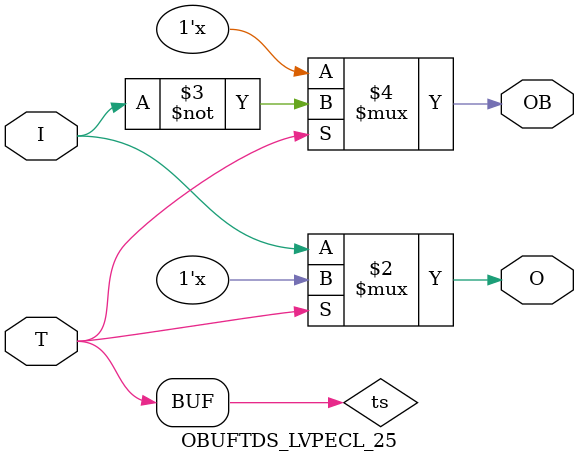
<source format=v>

/*

FUNCTION	: TRI-STATE OUTPUT BUFFER

*/

`celldefine
`timescale  100 ps / 10 ps

module OBUFTDS_LVPECL_25 (O, OB, I, T);

    output O, OB;

    input  I, T;

    or O1 (ts, 1'b0, T);
    bufif0 B1 (O, I, ts);
    notif0 N1 (OB, I, ts);

endmodule

</source>
